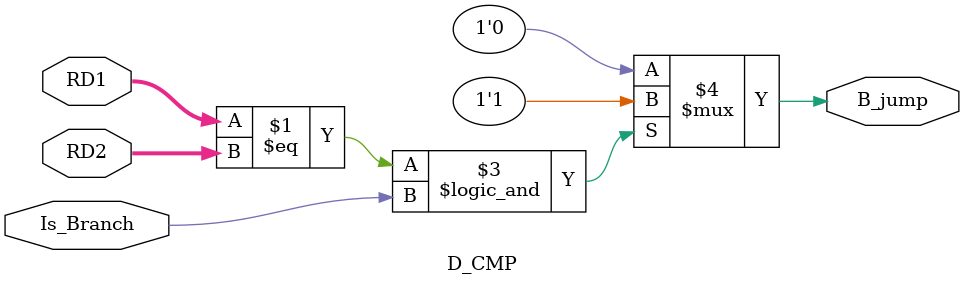
<source format=v>
`timescale 1ns / 1ps
module D_CMP(
	input [31:0] RD1,
	input [31:0] RD2,
	input Is_Branch,
	
	output B_jump
    );
	
	assign B_jump = (RD1 == RD2) && (Is_Branch == 1) ? 1'b1 : 
					1'b0 ;

endmodule

</source>
